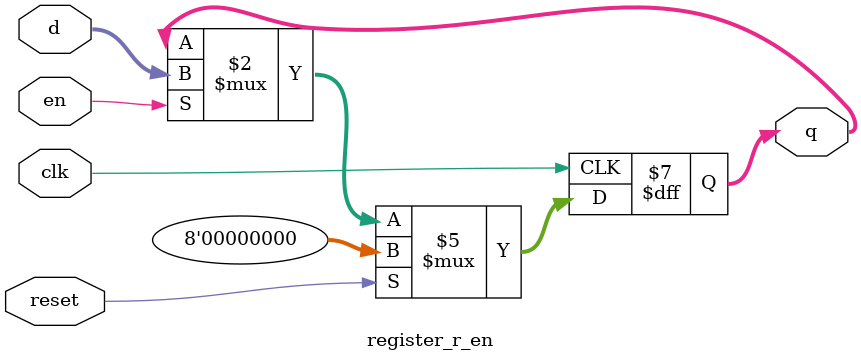
<source format=sv>

module register_r_en 
    #(parameter width = 8)
(
    input logic clk,
    input logic reset,
    input logic en,
    input logic [width-1:0] d,
    output logic [width-1:0] q
);

    always_ff @(posedge clk) begin // {
        if (reset)
            q <= {width{1'b0}};
        else if (en) 
            q <= d;
    end // }
endmodule
</source>
